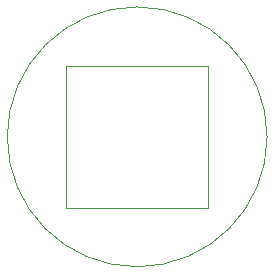
<source format=gbr>
%TF.GenerationSoftware,KiCad,Pcbnew,7.0.0*%
%TF.CreationDate,2023-02-28T14:52:15+08:00*%
%TF.ProjectId,IN12,494e3132-2e6b-4696-9361-645f70636258,rev?*%
%TF.SameCoordinates,Original*%
%TF.FileFunction,Legend,Top*%
%TF.FilePolarity,Positive*%
%FSLAX46Y46*%
G04 Gerber Fmt 4.6, Leading zero omitted, Abs format (unit mm)*
G04 Created by KiCad (PCBNEW 7.0.0) date 2023-02-28 14:52:15*
%MOMM*%
%LPD*%
G01*
G04 APERTURE LIST*
%ADD10C,0.120000*%
G04 APERTURE END LIST*
D10*
%TO.C,J1*%
X141320000Y-105496000D02*
X141320000Y-93496000D01*
X141320000Y-105496000D02*
X153320000Y-105496000D01*
X153320000Y-93496000D02*
X141320000Y-93496000D01*
X153320000Y-105496000D02*
X153320000Y-93496000D01*
%TO.C,NX1*%
X158320000Y-99496000D02*
G75*
G03*
X158320000Y-99496000I-11000000J0D01*
G01*
%TD*%
M02*

</source>
